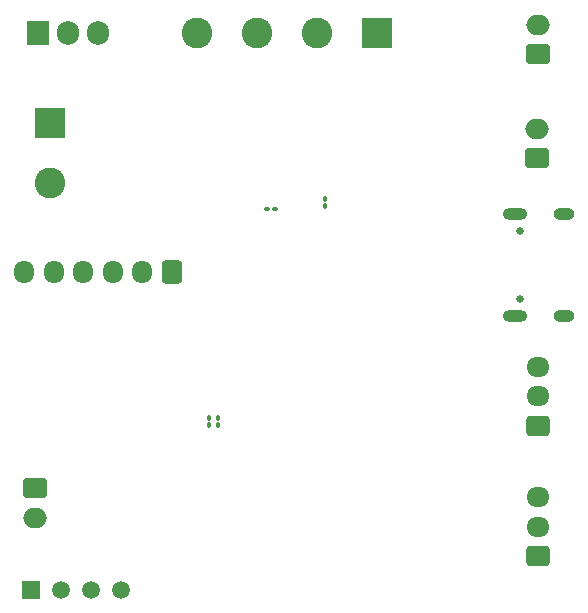
<source format=gbr>
%TF.GenerationSoftware,KiCad,Pcbnew,(7.0.0)*%
%TF.CreationDate,2023-07-04T17:47:27+03:00*%
%TF.ProjectId,IoT_Agrifarm,496f545f-4167-4726-9966-61726d2e6b69,rev?*%
%TF.SameCoordinates,Original*%
%TF.FileFunction,Soldermask,Bot*%
%TF.FilePolarity,Negative*%
%FSLAX46Y46*%
G04 Gerber Fmt 4.6, Leading zero omitted, Abs format (unit mm)*
G04 Created by KiCad (PCBNEW (7.0.0)) date 2023-07-04 17:47:27*
%MOMM*%
%LPD*%
G01*
G04 APERTURE LIST*
G04 Aperture macros list*
%AMRoundRect*
0 Rectangle with rounded corners*
0 $1 Rounding radius*
0 $2 $3 $4 $5 $6 $7 $8 $9 X,Y pos of 4 corners*
0 Add a 4 corners polygon primitive as box body*
4,1,4,$2,$3,$4,$5,$6,$7,$8,$9,$2,$3,0*
0 Add four circle primitives for the rounded corners*
1,1,$1+$1,$2,$3*
1,1,$1+$1,$4,$5*
1,1,$1+$1,$6,$7*
1,1,$1+$1,$8,$9*
0 Add four rect primitives between the rounded corners*
20,1,$1+$1,$2,$3,$4,$5,0*
20,1,$1+$1,$4,$5,$6,$7,0*
20,1,$1+$1,$6,$7,$8,$9,0*
20,1,$1+$1,$8,$9,$2,$3,0*%
G04 Aperture macros list end*
%ADD10RoundRect,0.250000X0.750000X-0.600000X0.750000X0.600000X-0.750000X0.600000X-0.750000X-0.600000X0*%
%ADD11O,2.000000X1.700000*%
%ADD12R,2.600000X2.600000*%
%ADD13C,2.600000*%
%ADD14RoundRect,0.250000X-0.750000X0.600000X-0.750000X-0.600000X0.750000X-0.600000X0.750000X0.600000X0*%
%ADD15R,1.905000X2.000000*%
%ADD16O,1.905000X2.000000*%
%ADD17R,1.500000X1.500000*%
%ADD18C,1.500000*%
%ADD19RoundRect,0.250000X0.600000X0.725000X-0.600000X0.725000X-0.600000X-0.725000X0.600000X-0.725000X0*%
%ADD20O,1.700000X1.950000*%
%ADD21C,0.650000*%
%ADD22O,2.100000X1.000000*%
%ADD23O,1.800000X1.000000*%
%ADD24RoundRect,0.250000X0.725000X-0.600000X0.725000X0.600000X-0.725000X0.600000X-0.725000X-0.600000X0*%
%ADD25O,1.950000X1.700000*%
%ADD26RoundRect,0.100000X-0.100000X0.130000X-0.100000X-0.130000X0.100000X-0.130000X0.100000X0.130000X0*%
%ADD27RoundRect,0.100000X0.130000X0.100000X-0.130000X0.100000X-0.130000X-0.100000X0.130000X-0.100000X0*%
G04 APERTURE END LIST*
D10*
%TO.C,BT201*%
X164693600Y-66598800D03*
D11*
X164693599Y-64098799D03*
%TD*%
D10*
%TO.C,BT202*%
X164719000Y-57785000D03*
D11*
X164718999Y-55284999D03*
%TD*%
D12*
%TO.C,J101*%
X151103399Y-56006999D03*
D13*
X146023400Y-56007000D03*
X140943400Y-56007000D03*
X135863400Y-56007000D03*
%TD*%
D14*
%TO.C,J103*%
X122191000Y-94528000D03*
D11*
X122190999Y-97027999D03*
%TD*%
D15*
%TO.C,Q102*%
X122401399Y-56006999D03*
D16*
X124941399Y-56006999D03*
X127481399Y-56006999D03*
%TD*%
D17*
%TO.C,U402*%
X121792999Y-103123999D03*
D18*
X124333000Y-103124000D03*
X126873000Y-103124000D03*
X129413000Y-103124000D03*
%TD*%
D12*
%TO.C,J102*%
X123392999Y-63621999D03*
D13*
X123393000Y-68702000D03*
%TD*%
D19*
%TO.C,J401*%
X133731000Y-76200000D03*
D20*
X131230999Y-76199999D03*
X128730999Y-76199999D03*
X126230999Y-76199999D03*
X123730999Y-76199999D03*
X121230999Y-76199999D03*
%TD*%
D21*
%TO.C,J104*%
X163257000Y-78551000D03*
X163257000Y-72771000D03*
D22*
X162756999Y-79980999D03*
D23*
X166936999Y-79980999D03*
D22*
X162756999Y-71340999D03*
D23*
X166936999Y-71340999D03*
%TD*%
D24*
%TO.C,J402*%
X164719000Y-100290000D03*
D25*
X164718999Y-97789999D03*
X164718999Y-95289999D03*
%TD*%
D24*
%TO.C,U401*%
X164719000Y-89241000D03*
D25*
X164718999Y-86740999D03*
X164718999Y-84240999D03*
%TD*%
D26*
%TO.C,R302*%
X136906000Y-88580000D03*
X136906000Y-89220000D03*
%TD*%
D27*
%TO.C,C208*%
X142458400Y-70916800D03*
X141818400Y-70916800D03*
%TD*%
D26*
%TO.C,C213*%
X146685000Y-70025000D03*
X146685000Y-70665000D03*
%TD*%
%TO.C,R303*%
X137668000Y-88580000D03*
X137668000Y-89220000D03*
%TD*%
M02*

</source>
